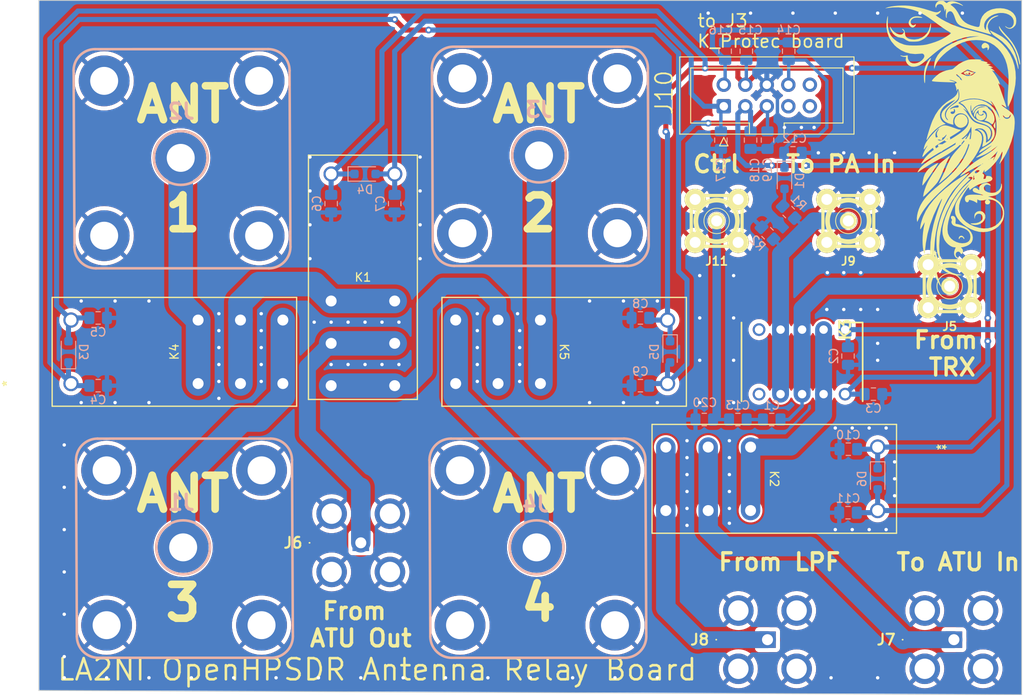
<source format=kicad_pcb>
(kicad_pcb (version 20221018) (generator pcbnew)
  (layers (0 "F.Cu" signal) (31 "B.Cu" signal) (34 "B.Paste" user) (35 "F.Paste" user) (36 "B.SilkS" user "B.Silkscreen") (37 "F.SilkS" user "F.Silkscreen") (38 "B.Mask" user) (39 "F.Mask" user) (44 "Edge.Cuts" user))
  (net 0 "")
  (net 1 "Net-(J5-In)")
  (net 2 "Net-(C1-Pad2)")
  (net 3 "+12V")
  (net 4 "GND")
  (net 5 "K3")
  (net 6 "K5-4")
  (net 7 "K1")
  (net 8 "K2")
  (net 9 "PWR_DC")
  (net 10 "Net-(J11-In)")
  (net 11 "Net-(D1-A)")
  (net 12 "Net-(J1-In)")
  (net 13 "Net-(J3-In)")
  (net 14 "Net-(J6-In)")
  (net 15 "Net-(J7-In)")
  (net 16 "Net-(J8-In)")
  (net 17 "Net-(J9-In)")
  (net 21 "Net-(K1-Pad2)")
  (net 22 "Net-(K1-Pad4)")
  (net 23 "Net-(K2-Pad2)")
  (net 26 "Net-(J2-In)")
  (net 27 "Net-(J4-In)")
  (footprint "BNC_Amphenol_031-5329-51RFX:BNC_Amphenol_031532951RFX" (layer "F.Cu") (at 190 106.56)
    (fp_text reference "J6")
    (fp_text value "FROM ATU OUT" hide)
  )
  (footprint "RELAY_G2R-1-E AC12:RELAY_G2R-1-E AC12" (layer "F.Cu") (at 201.800003 87.75 -90)
    (fp_text reference "K5")
    (fp_text value "TRA2 L-12VDC-S-Z")
  )
  (footprint "TQ2-12V:DIPS762W80P254L1400H530Q10N" (layer "F.Cu") (at 247.16 81.38 -90)
    (fp_text reference "K3")
    (fp_text value "TQ2-12V" hide)
  )
  (footprint "SMA_PINS:SMA_PINS" (layer "F.Cu") (at 247.54 68.54)
    (fp_text reference "J9")
    (fp_text value "To PA input" hide)
  )
  (footprint "RELAY_G2R-1-E AC12:RELAY_G2R-1-E AC12" (layer "F.Cu") (at 194 87.399993)
    (fp_text reference "K1")
    (fp_text value "TRA2 L-12VDC-S-Z")
  )
  (footprint "Munin-master:Munin" (layer "F.Cu") (at 259.8 59.6)
    (fp_text reference "G***")
    (fp_text value "LOGO" hide)
  )
  (footprint "BNC_Amphenol_031-5329-51RFX:BNC_Amphenol_031532951RFX" (layer "F.Cu") (at 260 118)
    (fp_text reference "J7")
    (fp_text value "TO ATU IN" hide)
  )
  (footprint "BNC_Amphenol_031-5329-51RFX:BNC_Amphenol_031532951RFX" (layer "F.Cu") (at 238 118)
    (fp_text reference "J8")
    (fp_text value "FROM LPF" hide)
  )
  (footprint "Connector_IDC:IDC-Header_2x05_P2.54mm_Vertical" (layer "F.Cu") (at 232.84 55 90)
    (fp_text reference "J10")
    (fp_text value "Con_IDC")
  )
  (footprint "SMA_PINS:SMA_PINS" (layer "F.Cu") (at 232 68.54)
    (fp_text reference "J11")
    (fp_text value "To CTL" hide)
  )
  (footprint "SMA_PINS:SMA_PINS" (layer "F.Cu") (at 259.5 76.25)
    (fp_text reference "J5")
    (fp_text value "TRX From SDR" hide)
  )
  (footprint "RELAY_G2R-1-E AC12:RELAY_G2R-1-E AC12" (layer "F.Cu") (at 180.199997 80.25 90)
    (fp_text reference "K4")
    (fp_text value "TRA2 L-12VDC-S-Z")
  )
  (footprint "RELAY_G2R-1-E AC12:RELAY_G2R-1-E AC12" (layer "F.Cu") (at 226.600007 102.75 -90)
    (fp_text reference "K2")
    (fp_text value "TRA2 L-12VDC-S-Z")
  )
  (footprint "Capacitor_SMD:C_0805_2012Metric_Pad1.18x1.45mm_HandSolder" (layer "B.Cu") (at 230.5375 92)
    (fp_text reference "C20")
    (fp_text value "100p")
  )
  (footprint "Diode_SMD:D_SOD-323_HandSoldering" (layer "B.Cu") (at 155.5 84 90)
    (fp_text reference "D3")
    (fp_text value "D_Small")
  )
  (footprint "Diode_SMD:D_SOD-323_HandSoldering" (layer "B.Cu") (at 251 99 -90)
    (fp_text reference "D6")
    (fp_text value "D_Small")
  )
  (footprint "Diode_SMD:D_SOD-323_HandSoldering" (layer "B.Cu") (at 190.5 63)
    (fp_text reference "D4")
    (fp_text value "D_Small")
  )
  (footprint "Capacitor_SMD:C_0805_2012Metric_Pad1.18x1.45mm_HandSolder" (layer "B.Cu") (at 247.5 103 180)
    (fp_text reference "C11")
    (fp_text value "10n")
  )
  (footprint "Conn_N:Coaxial_N_Flange" (layer "B.Cu") (at 168.748 60.896 180)
    (fp_text reference "J2")
    (fp_text value "ANT1")
  )
  (footprint "Conn_N:Coaxial_N_Flange" (layer "B.Cu") (at 211.036 60.608 180)
    (fp_text reference "J3")
    (fp_text value "ANT2")
  )
  (footprint "Conn_N:Coaxial_N_Flange" (layer "B.Cu") (at 210.748 106.896 180)
    (fp_text reference "J4")
    (fp_text value "ANT4")
  )
  (footprint "Capacitor_SMD:C_0805_2012Metric_Pad1.18x1.45mm_HandSolder" (layer "B.Cu") (at 238 59 -90)
    (fp_text reference "C19")
    (fp_text value "100n")
  )
  (footprint "Diode_SMD:D_SOD-323_HandSoldering" (layer "B.Cu") (at 240 63.5 -90)
    (fp_text reference "D1")
    (fp_text value "BAS16J")
  )
  (footprint "Resistor_SMD:R_0805_2012Metric_Pad1.20x1.40mm_HandSolder" (layer "B.Cu") (at 240.5 67.5 135)
    (fp_text reference "R1")
    (fp_text value "33k")
  )
  (footprint "Capacitor_SMD:C_0805_2012Metric_Pad1.18x1.45mm_HandSolder" (layer "B.Cu") (at 223 80 180)
    (fp_text reference "C8")
    (fp_text value "100n")
  )
  (footprint "Capacitor_SMD:C_0805_2012Metric_Pad1.18x1.45mm_HandSolder" (layer "B.Cu") (at 223 88 180)
    (fp_text reference "C9")
    (fp_text value "10n")
  )
  (footprint "Capacitor_SMD:C_0805_2012Metric_Pad1.18x1.45mm_HandSolder" (layer "B.Cu") (at 240.5 48.5 90)
    (fp_text reference "C14")
    (fp_text value "100n")
  )
  (footprint "Resistor_SMD:R_0805_2012Metric_Pad1.20x1.40mm_HandSolder" (layer "B.Cu") (at 238 70 -45)
    (fp_text reference "R2")
    (fp_text value "5K6")
  )
  (footprint "Capacitor_SMD:C_0805_2012Metric_Pad1.18x1.45mm_HandSolder" (layer "B.Cu") (at 238.5 92 180)
    (fp_text reference "C1")
    (fp_text value "22p")
  )
  (footprint "Capacitor_SMD:C_0805_2012Metric_Pad1.18x1.45mm_HandSolder" (layer "B.Cu") (at 247.5375 95.5 180)
    (fp_text reference "C10")
    (fp_text value "100n")
  )
  (footprint "Capacitor_SMD:C_0805_2012Metric_Pad1.18x1.45mm_HandSolder" (layer "B.Cu") (at 250.5 89)
    (fp_text reference "C3")
    (fp_text value "100n")
  )
  (footprint "Capacitor_SMD:C_0805_2012Metric_Pad1.18x1.45mm_HandSolder" (layer "B.Cu") (at 159 88)
    (fp_text reference "C4")
    (fp_text value "100n")
  )
  (footprint "Capacitor_SMD:C_0805_2012Metric_Pad1.18x1.45mm_HandSolder" (layer "B.Cu") (at 233 48.5 90)
    (fp_text reference "C16")
    (fp_text value "100n")
  )
  (footprint "Capacitor_SMD:C_0805_2012Metric_Pad1.18x1.45mm_HandSolder" (layer "B.Cu") (at 236 59 -90)
    (fp_text reference "C18")
    (fp_text value "100n")
  )
  (footprint "Capacitor_SMD:C_0805_2012Metric_Pad1.18x1.45mm_HandSolder" (layer "B.Cu") (at 241 60.5)
    (fp_text reference "C12")
    (fp_text value "100n")
  )
  (footprint "Capacitor_SMD:C_0805_2012Metric_Pad1.18x1.45mm_HandSolder" (layer "B.Cu") (at 235.5 48.5 90)
    (fp_text reference "C15")
    (fp_text value "100n")
  )
  (footprint "Capacitor_SMD:C_0805_2012Metric_Pad1.18x1.45mm_HandSolder" (layer "B.Cu") (at 232.5 59 -90)
    (fp_text reference "C17")
    (fp_text value "100n")
  )
  (footprint "Diode_SMD:D_SOD-323_HandSoldering" (layer "B.Cu") (at 226.5 84 -90)
    (fp_text reference "D5")
    (fp_text value "D_Small")
  )
  (footprint "Capacitor_SMD:C_0805_2012Metric_Pad1.18x1.45mm_HandSolder" (layer "B.Cu") (at 247.5 84.5 -90)
    (fp_text reference "C2")
    (fp_text value "10n")
  )
  (footprint "Capacitor_SMD:C_0805_2012Metric_Pad1.18x1.45mm_HandSolder" (layer "B.Cu") (at 159 80)
    (fp_text reference "C5")
    (fp_text value "10n")
  )
  (footprint "Capacitor_SMD:C_0805_2012Metric_Pad1.18x1.45mm_HandSolder" (layer "B.Cu") (at 186.5 66.5 -90)
    (fp_text reference "C6")
    (fp_text value "100n")
  )
  (footprint "Conn_N:Coaxial_N_Flange" (layer "B.Cu") (at 169.036 106.896 180)
    (fp_text reference "J1")
    (fp_text value "ANT3")
  )
  (footprint "Capacitor_SMD:C_0805_2012Metric_Pad1.18x1.45mm_HandSolder" (layer "B.Cu") (at 194 66.5 -90)
    (fp_text reference "C7")
    (fp_text value "10n")
  )
  (footprint "Capacitor_SMD:C_0805_2012Metric_Pad1.18x1.45mm_HandSolder" (layer "B.Cu") (at 234.5 92 180)
    (fp_text reference "C13")
    (fp_text value "22p")
  )
  (gr_line (start 268 124.5) (end 152 124) (stroke (width 0.1)) (layer "Edge.Cuts"))
  (gr_line (start 268 42.5) (end 268 124.5) (stroke (width 0.1)) (layer "Edge.Cuts"))
  (gr_line (start 152 42.5) (end 152 124) (stroke (width 0.1)) (layer "Edge.Cuts"))
  (gr_line (start 152 42.5) (end 268 42.5) (stroke (width 0.1)) (layer "Edge.Cuts"))
  (gr_text "Ctrl" (at 229 63) (layer "F.SilkS") (effects (font (size 2 2) (thickness 0.4) bold) (justify left bottom)))
  (gr_text "ANT\n\n3\n" (at 169 116) (layer "F.SilkS") (effects (font (size 4 4) (thickness 0.9) bold) (justify bottom)))
  (gr_text "To PA In" (at 240 63) (layer "F.SilkS") (effects (font (size 2 2) (thickness 0.4) bold) (justify left bottom)))
  (gr_text "From LPF" (at 232 110) (layer "F.SilkS") (effects (font (size 2 2) (thickness 0.4) bold) (justify left bottom)))
  (gr_text "From \nATU Out" (at 190 119) (layer "F.SilkS") (effects (font (size 2 2) (thickness 0.4) bold) (justify bottom)))
  (gr_text "From \nTRX" (at 259.8 87) (layer "F.SilkS") (effects (font (size 2 2) (thickness 0.4) bold) (justify bottom)))
  (gr_text "ANT\n\n4\n" (at 211 116) (layer "F.SilkS") (effects (font (size 4 4) (thickness 0.9) bold) (justify bottom)))
  (gr_text "to J3 \nK_Protec board" (at 229.6 48.2) (layer "F.SilkS") (effects (font (size 1.5 1.5) (thickness 0.2)) (justify left bottom)))
  (gr_text "LA2NI OpenHPSDR Antenna Relay Board" (at 154 123) (layer "F.SilkS") (effects (font (size 2.5 2.5) (thickness 0.3)) (justify left bottom)))
  (gr_text "ANT\n\n2\n" (at 211 70) (layer "F.SilkS") (effects (font (size 4 4) (thickness 0.9) bold) (justify bottom)))
  (gr_text "To ATU In" (at 253 110) (layer "F.SilkS") (effects (font (size 2 2) (thickness 0.4) bold) (justify left bottom)))
  (gr_text "ANT\n\n1" (at 169 70) (layer "F.SilkS") (effects (font (size 4 4) (thickness 0.9) bold) (justify bottom)))
  (segment (start 242.08 89) (end 242.08 81.38) (width 2) (layer "B.Cu") (net 1))
  (segment (start 242.08 81.38) (end 242.08 78.92) (width 2) (layer "B.Cu") (net 1))
  (segment (start 242.08 78.92) (end 244.75 76.25) (width 2) (layer "B.Cu") (net 1))
  (segment (start 239.5375 92) (end 240.5 92) (width 0.4) (layer "B.Cu") (net 1))
  (segment (start 240.5 92) (end 242.08 90.42) (width 0.4) (layer "B.Cu") (net 1))
  (segment (start 244.75 76.25) (end 259.5 76.25) (width 2) (layer "B.Cu") (net 1))
  (segment (start 242.08 90.42) (end 242.08 89) (width 0.4) (layer "B.Cu") (net 1))
  (segment (start 237.4625 92) (end 235.5375 92) (width 0.4) (layer "B.Cu") (net 2))
  (segment (start 234.5 50.5) (end 237 50.5) (width 0.6) (layer "F.Cu") (net 3))
  (segment (start 234.5 51.58) (end 235.38 52.46) (width 0.6) (layer "F.Cu") (net 3))
  (segment (start 237 50.5) (end 248.000002 50.5) (width 0.6) (layer "F.Cu") (net 3))
  (segment (start 234.5 50.5) (end 234.5 51.58) (width 0.6) (layer "F.Cu") (net 3))
  (segment (start 226 53.5) (end 229 50.5) (width 0.6) (layer "F.Cu") (net 3))
  (segment (start 229 50.5) (end 234.5 50.5) (width 0.6) (layer "F.Cu") (net 3))
  (segment (start 226 58) (end 226 53.5) (width 0.6) (layer "F.Cu") (net 3))
  (segment (start 237 50.84) (end 235.38 52.46) (width 0.6) (layer "F.Cu") (net 3))
  (segment (start 237 50.5) (end 237 50.84) (width 0.6) (layer "F.Cu") (net 3))
  (via (at 248.000002 50.5) (size 0.8) (drill 0.4) (layers "F.Cu" "B.Cu") (net 3))
  (via (at 226 58) (size 0.8) (drill 0.4) (layers "F.Cu" "B.Cu") (net 3))
  (via (at 230.636043 50.5) (size 0.8) (drill 0.4) (layers "F.Cu" "B.Cu") (net 3))
  (segment (start 157.9625 88) (end 156.050004 88) (width 0.6) (layer "B.Cu") (net 3))
  (segment (start 226.199996 80.25) (end 224.2875 80.25) (width 0.6) (layer "B.Cu") (net 3))
  (segment (start 192.5 48.5) (end 192.5 57) (width 0.6) (layer "B.Cu") (net 3))
  (segment (start 186.5 65.4625) (end 186.5 63) (width 0.6) (layer "B.Cu") (net 3))
  (segment (start 155.5 87.449996) (end 155.800004 87.75) (width 0.6) (layer "B.Cu") (net 3))
  (segment (start 235.5 49.5375) (end 235.5 52.34) (width 0.4) (layer "B.Cu") (net 3))
  (segment (start 226.5 82.75) (end 226.5 80.550004) (width 0.6) (layer "B.Cu") (net 3))
  (segment (start 156.619335 43.75) (end 153.300999 47.068336) (width 0.6) (layer "B.Cu") (net 3))
  (segment (start 192.5 57) (end 186.5 63) (width 0.6) (layer "B.Cu") (net 3))
  (segment (start 247.5 81.72) (end 247.16 81.38) (width 0.6) (layer "B.Cu") (net 3))
  (segment (start 225 43.75) (end 230.636043 49.386043) (width 0.6) (layer "B.Cu") (net 3))
  (segment (start 262.25 50.5) (end 248.000002 50.5) (width 0.6) (layer "B.Cu") (net 3))
  (segment (start 156.050004 88) (end 155.800004 87.75) (width 0.6) (layer "B.Cu") (net 3))
  (segment (start 248.575 95.5) (end 250.75 95.5) (width 0.6) (layer "B.Cu") (net 3))
  (segment (start 265.25 92) (end 265.25 81.75) (width 0.6) (layer "B.Cu") (net 3))
  (segment (start 251 95.25) (end 262 95.25) (width 0.6) (layer "B.Cu") (net 3))
  (segment (start 251 97.75) (end 251 95.25) (width 0.6) (layer "B.Cu") (net 3))
  (segment (start 198.25 43.75) (end 225 43.75) (width 0.6) (layer "B.Cu") (net 3))
  (segment (start 189.25 63) (end 186.5 63) (width 0.6) (layer "B.Cu") (net 3))
  (segment (start 153.300999 47.068336) (end 153.300999 85.250995) (width 0.6) (layer "B.Cu") (net 3))
  (segment (start 155.5 85.25) (end 155.5 87.449996) (width 0.6) (layer "B.Cu") (net 3))
  (segment (start 247.5 83.4625) (end 247.5 81.72) (width 0.6) (layer "B.Cu") (net 3))
  (segment (start 224.2875 80.25) (end 224.0375 80) (width 0.6) (layer "B.Cu") (net 3))
  (segment (start 247.16 81.38) (end 265.25 81.38) (width 0.6) (layer "B.Cu") (net 3))
  (segment (start 198.25 43.75) (end 197.25 43.75) (width 0.6) (layer "B.Cu") (net 3))
  (segment (start 226.199996 58.199996) (end 226 58) (width 0.6) (layer "B.Cu") (net 3))
  (segment (start 250.75 95.5) (end 251 95.25) (width 0.6) (layer "B.Cu") (net 3))
  (segment (start 226.5 80.550004) (end 226.199996 80.25) (width 0.6) (layer "B.Cu") (net 3))
  (segment (start 198.25 43.75) (end 156.619335 43.75) (width 0.6) (layer "B.Cu") (net 3))
  (segment (start 197.25 43.75) (end 192.5 48.5) (width 0.6) (layer "B.Cu") (net 3))
  (segment (start 230.636043 49.386043) (end 230.636043 50.5) (width 0.6) (layer "B.Cu") (net 3))
  (segment (start 153.300999 85.250995) (end 155.800004 87.75) (width 0.6) (layer "B.Cu") (net 3))
  (segment (start 262 95.25) (end 265.25 92) (width 0.6) (layer "B.Cu") (net 3))
  (segment (start 265.25 53.5) (end 262.25 50.5) (width 0.6) (layer "B.Cu") (net 3))
  (segment (start 265.25 81.75) (end 265.25 53.5) (width 0.6) (layer "B.Cu") (net 3))
  (segment (start 226.199996 80.25) (end 226.199996 58.199996) (width 0.6) (layer "B.Cu") (net 3))
  (via (at 228.5 96.5) (size 0.8) (drill 0.4) (layers "F.Cu" "B.Cu") (net 4))
  (via (at 240 57.5) (size 0.8) (drill 0.4) (layers "F.Cu" "B.Cu") (net 4))
  (via (at 208.75 81.5) (size 0.8) (drill 0.4) (layers "F.Cu" "B.Cu") (net 4))
  (via (at 241 44) (size 0.8) (drill 0.4) (layers "F.Cu" "B.Cu") (net 4))
  (via (at 243.5 57.5) (size 0.8) (drill 0.4) (layers "F.Cu" "B.Cu") (net 4))
  (via (at 192.5 80.5) (size 0.8) (drill 0.4) (layers "F.Cu" "B.Cu") (net 4))
  (via (at 197 69) (size 0.8) (drill 0.4) (layers "F.Cu" "B.Cu") (net 4))
  (via (at 184 61) (size 0.8) (drill 0.4) (layers "F.Cu" "B.Cu") (net 4))
  (via (at 208.75 87.5) (size 0.8) (drill 0.4) (layers "F.Cu" "B.Cu") (net 4))
  (via (at 244 60.5) (size 0.8) (drill 0.4) (layers "F.Cu" "B.Cu") (net 4))
  (via (at 246 93) (size 0.8) (drill 0.4) (layers "F.Cu" "B.Cu") (net 4))
  (via (at 247 60.5) (size 0.8) (drill 0.4) (layers "F.Cu" "B.Cu") (net 4))
  (via (at 250 93) (size 0.8) (drill 0.4) (layers "F.Cu" "B.Cu") (net 4))
  (via (at 165 90) (size 0.8) (drill 0.4) (layers "F.Cu" "B.Cu") (net 4))
  (via (at 203.75 85.5) (size 0.8) (drill 0.4) (layers "F.Cu" "B.Cu") (net 4))
  (via (at 155 122.5) (size 0.8) (drill 0.4) (layers "F.Cu" "B.Cu") (net 4))
  (via (at 225 78) (size 0.8) (drill 0.4) (layers "F.Cu" "B.Cu") (net 4))
  (via (at 194.5 80.5) (size 0.8) (drill 0.4) (layers "F.Cu" "B.Cu") (net 4))
  (via (at 184 65) (size 0.8) (drill 0.4) (layers "F.Cu" "B.Cu") (net 4))
  (via (at 225 90) (size 0.8) (drill 0.4) (layers "F.Cu" "B.Cu") (net 4))
  (via (at 234 75) (size 0.8) (drill 0.4) (layers "F.Cu" "B.Cu") (net 4))
  (via (at 173.25 79.5) (size 0.8) (drill 0.4) (layers "F.Cu" "B.Cu") (net 4))
  (via (at 246 105) (size 0.8) (drill 0.4) (layers "F.Cu" "B.Cu") (net 4))
  (via (at 242 57.5) (size 0.8) (drill 0.4) (layers "F.Cu" "B.Cu") (net 4))
  (via (at 155 105) (size 0.8) (drill 0.4) (layers "F.Cu" "B.Cu") (net 4))
  (via (at 221 78) (size 0.8) (drill 0.4) (layers "F.Cu" "B.Cu") (net 4))
  (via (at 192.5 85.5) (size 0.8) (drill 0.4) (layers "F.Cu" "B.Cu") (net 4))
  (via (at 197 65) (size 0.8) (drill 0.4) (layers "F.Cu" "B.Cu") (net 4))
  (via (at 249 74.6505) (size 0.8) (drill 0.4) (layers "F.Cu" "B.Cu") (net 4))
  (via (at 228.5 94.5) (size 0.8) (drill 0.4) (layers "F.Cu" "B.Cu") (net 4))
  (via (at 233.5 94.5) (size 0.8) (drill 0.4) (layers "F.Cu" "B.Cu") (net 4))
  (via (at 190.5 85.5) (size 0.8) (drill 0.4) (layers "F.Cu" "B.Cu") (net 4))
  (via (at 160 122.5) (size 0.8) (drill 0.4) (layers "F.Cu" "B.Cu") (net 4))
  (via (at 170 122.5) (size 0.8) (drill 0.4) (layers "F.Cu" "B.Cu") (net 4))
  (via (at 185 122.5) (size 0.8) (drill 0.4) (layers "F.Cu" "B.Cu") (net 4))
  (via (at 251 83) (size 0.8) (drill 0.4) (layers "F.Cu" "B.Cu") (net 4))
  (via (at 248 105) (size 0.8) (drill 0.4) (layers "F.Cu" "B.Cu") (net 4))
  (via (at 221 90) (size 0.8) (drill 0.4) (layers "F.Cu" "B.Cu") (net 4))
  (via (at 178.25 79.5) (size 0.8) (drill 0.4) (layers "F.Cu" "B.Cu") (net 4))
  (via (at 228.5 102.5) (size 0.8) (drill 0.4) (layers "F.Cu" "B.Cu") (net 4))
  (via (at 233.5 102.5) (size 0.8) (drill 0.4) (layers "F.Cu" "B.Cu") (net 4))
  (via (at 200 122.5) (size 0.8) (drill 0.4) (layers "F.Cu" "B.Cu") (net 4))
  (via (at 178.25 85.5) (size 0.8) (drill 0.4) (layers "F.Cu" "B.Cu") (net 4))
  (via (at 203.75 81.5) (size 0.8) (drill 0.4) (layers "F.Cu" "B.Cu") (net 4))
  (via (at 208.5 79.5) (size 0.8) (drill 0.4) (layers "F.Cu" "B.Cu") (net 4))
  (via (at 157 78) (size 0.8) (drill 0.4) (layers "F.Cu" "B.Cu") (net 4))
  (via (at 248 93) (size 0.8) (drill 0.4) (layers "F.Cu" "B.Cu") (net 4))
  (via (at 220 122.5) (size 0.8) (drill 0.4) (layers "F.Cu" "B.Cu") (net 4))
  (via (at 186.5 80.5) (size 0.8) (drill 0.4) (layers "F.Cu" "B.Cu") (net 4))
  (via (at 155 110) (size 0.8) (drill 0.4) (layers "F.Cu" "B.Cu") (net 4))
  (via (at 165 78) (size 0.8) (drill 0.4) (layers "F.Cu" "B.Cu") (net 4))
  (via (at 228.5 100.5) (size 0.8) (drill 0.4) (layers "F.Cu" "B.Cu") (net 4))
  (via (at 210 122.5) (size 0.8) (drill 0.4) (layers "F.Cu" "B.Cu") (net 4))
  (via (at 217 78) (size 0.8) (drill 0.4) (layers "F.Cu" "B.Cu") (net 4))
  (via (at 203.75 79.5) (size 0.8) (drill 0.4) (layers "F.Cu" "B.Cu") (net 4))
  (via (at 155 95) (size 0.8) (drill 0.4) (layers "F.Cu" "B.Cu") (net 4))
  (via (at 251 85) (size 0.8) (drill 0.4) (layers "F.Cu" "B.Cu") (net 4))
  (via (at 251 79) (size 0.8) (drill 0.4) (layers "F.Cu" "B.Cu") (net 4))
  (via (at 184.5 80.5) (size 0.8) (drill 0.4) (layers "F.Cu" "B.Cu") (net 4))
  (via (at 184 69) (size 0.8) (drill 0.4) (layers "F.Cu" "B.Cu") (net 4))
  (via (at 215 122.5) (size 0.8) (drill 0.4) (layers "F.Cu" "B.Cu") (net 4))
  (via (at 250 105) (size 0.8) (drill 0.4) (layers "F.Cu" "B.Cu") (net 4))
  (via (at 194.5 85.5) (size 0.8) (drill 0.4) (layers "F.Cu" "B.Cu") (net 4))
  (via (at 208.75 83.5) (size 0.8) (drill 0.4) (layers "F.Cu" "B.Cu") (net 4))
  (via (at 161 90) (size 0.8) (drill 0.4) (layers "F.Cu" "B.Cu") (net 4))
  (via (at 234 80) (size 0.8) (drill 0.4) (layers "F.Cu" "B.Cu") (net 4))
  (via (at 173.25 81.5) (size 0.8) (drill 0.4) (layers "F.Cu" "B.Cu") (net 4))
  (via (at 234 85) (size 0.8) (drill 0.4) (layers "F.Cu" "B.Cu") (net 4))
  (via (at 230 85) (size 0.8) (drill 0.4) (layers "F.Cu" "B.Cu") (net 4))
  (via (at 230 80) (size 0.8) (drill 0.4) (layers "F.Cu" "B.Cu") (net 4))
  (via (at 233.5 96.5) (size 0.8) (drill 0.4) (layers "F.Cu" "B.Cu") (net 4))
  (via (at 197 61) (size 0.8) (drill 0.4) (layers "F.Cu" "B.Cu") (net 4))
  (via (at 205 122.5) (size 0.8) (drill 0.4) (layers "F.Cu" "B.Cu") (net 4))
  (via (at 178.25 87.5) (size 0.8) (drill 0.4) (layers "F.Cu" "B.Cu") (net 4))
  (via (at 155 120) (size 0.8) (drill 0.4) (layers "F.Cu" "B.Cu") (net 4))
  (via (at 186.5 85.5) (size 0.8) (drill 0.4) (layers "F.Cu" "B.Cu") (net 4))
  (via (at 173.25 85.5) (size 0.8) (drill 0.4) (layers "F.Cu" "B.Cu") (net 4))
  (via (at 195 122.5) (size 0.8) (drill 0.4) (layers "F.Cu" "B.Cu") (net 4))
  (via (at 188.5 85.5) (size 0.8) (drill 0.4) (layers "F.Cu" "B.Cu") (net 4))
  (via (at 165 122.5) (size 0.8) (drill 0.4) (layers "F.Cu" "B.Cu") (net 4))
  (via (at 208.75 85.5) (size 0.8) (drill 0.4) (layers "F.Cu" "B.Cu") (net 4))
  (via (at 236 44) (size 0.8) (drill 0.4) (layers "F.Cu" "B.Cu") (net 4))
  (via (at 231 44) (size 0.8) (drill 0.4) (layers "F.Cu" "B.Cu") (net 4))
  (via (at 173.25 83.5) (size 0.8) (drill 0.4) (layers "F.Cu" "B.Cu") (net 4))
  (via (at 188.5 80.5) (size 0.8) (drill 0.4) (layers "F.Cu" "B.Cu") (net 4))
  (via (at 228.5 98.5) (size 0.8) (drill 0.4) (layers "F.Cu" "B.Cu") (net 4))
  (via (at 233.5 98.5) (size 0.8) (drill 0.4) (layers "F.Cu" "B.Cu") (net 4))
  (via (at 225 122.5) (size 0.8) (drill 0.4) (layers "F.Cu" "B.Cu") (net 4))
  (via (at 157 90) (size 0.8) (drill 0.4) (layers "F.Cu" "B.Cu") (net 4))
  (via (at 249 79) (size 0.8) (drill 0.4) (layers "F.Cu" "B.Cu") (net 4))
  (via (at 261 44) (size 0.8) (drill 0.4) (layers "F.Cu" "B.Cu") (net 4))
  (via (at 253 97) (size 0.8) (drill 0.4) (layers "F.Cu" "B.Cu") (net 4))
  (via (at 250 60.5) (size 0.8) (drill 0.4) (layers "F.Cu" "B.Cu") (net 4))
  (via (at 247 79) (size 0.8) (drill 0.4) (layers "F.Cu" "B.Cu") (net 4))
  (via (at 161 78) (size 0.8) (drill 0.4) (layers "F.Cu" "B.Cu") (net 4))
  (via (at 228.5 104.5) (size 0.8) (drill 0.4) (layers "F.Cu" "B.Cu") (net 4))
  (via (at 247 74.6505) (size 0.8) (drill 0.4) (layers "F.Cu" "B.Cu") (net 4))
  (via (at 173.25 89.5) (size 0.8) (drill 0.4) (layers "F.Cu" "B.Cu") (net 4))
  (via (at 253 60.5) (size 0.8) (drill 0.4) (layers "F.Cu" "B.Cu") (net 4))
  (via (at 252 105) (size 0.8) (drill 0.4) (layers "F.Cu" "B.Cu") (net 4))
  (via (at 251 44) (size 0.8) (drill 0.4) (layers "F.Cu" "B.Cu") (net 4))
  (via (at 173.25 87.5) (size 0.8) (drill 0.4) (layers "F.Cu" "B.Cu") (net 4))
  (via (at 253 99) (size 0.8) (drill 0.4) (layers "F.Cu" "B.Cu") (net 4))
  (via (at 217 90) (size 0.8) (drill 0.4) (layers "F.Cu" "B.Cu") (net 4))
  (via (at 246 44) (size 0.8) (drill 0.4) (layers "F.Cu" "B.Cu") (net 4))
  (via (at 155 100) (size 0.8) (drill 0.4) (layers "F.Cu" "B.Cu") (net 4))
  (via (at 252 93) (size 0.8) (drill 0.4) (layers "F.Cu" "B.Cu") (net 4))
  (via (at 230 75) (size 0.8) (drill 0.4) (layers "F.Cu" "B.Cu") (net 4))
  (via (at 203.75 83.5) (size 0.8) (drill 0.4) (layers "F.Cu" "B.Cu") (net 4))
  (via (at 233.5 104.25) (size 0.8) (drill 0.4) (layers "F.Cu" "B.Cu") (net 4))
  (via (at 178.25 81.5) (size 0.8) (drill 0.4) (layers "F.Cu" "B.Cu") (net 4))
  (via (at 230 90) (size 0.8) (drill 0.4) (layers "F.Cu" "B.Cu") (net 4))
  (via (at 232.5 61.5) (size 0.8) (drill 0.4) (layers "F.Cu" "B.Cu") (net 4))
  (via (at 190 122.5) (size 0.8) (drill 0.4) (layers "F.Cu" "B.Cu") (net 4))
  (via (at 197 73) (size 0.8) (drill 0.4) (layers "F.Cu" "B.Cu") (net 4))
  (via (at 245.063688 74.6505) (size 0.8) (drill 0.4) (layers "F.Cu" "B.Cu") (net 4))
  (via (at 233.5 100.5) (size 0.8) (drill 0.4) (layers "F.Cu" "B.Cu") (net 4))
  (via (at 190.5 80.5) (size 0.8) (drill 0.4) (layers "F.Cu" "B.Cu") (net 4))
  (via (at 155 115) (size 0.8) (drill 0.4) (layers "F.Cu" "B.Cu") (net 4))
  (via (at 175 122.5) (size 0.8) (drill 0.4) (layers "F.Cu" "B.Cu") (net 4))
  (via (at 234 90) (size 0.8) (drill 0.4) (layers "F.Cu" "B.Cu") (net 4))
  (via (at 245.5 122.5) (size 0.8) (drill 0.4) (layers "F.Cu" "B.Cu") (net 4))
  (via (at 203.75 87.5) (size 0.8) (drill 0.4) (layers "F.Cu" "B.Cu") (net 4))
  (via (at 245 79) (size 0.8) (drill 0.4) (layers "F.Cu" "B.Cu") (net 4))
  (via (at 253 101) (size 0.8) (drill 0.4) (layers "F.Cu" "B.Cu") (net 4))
  (via (at 251 122.5) (size 0.8) (drill 0.4) (layers "F.Cu" "B.Cu") (net 4))
  (via (at 180 122.5) (size 0.8) (drill 0.4) (layers "F.Cu" "B.Cu") (net 4))
  (via (at 184 73) (size 0.8) (drill 0.4) (layers "F.Cu" "B.Cu") (net 4))
  (via (at 178.25 83.5) (size 0.8) (drill 0.4) (layers "F.Cu" "B.Cu") (net 4))
  (via (at 256 44) (size 0.8) (drill 0.4) (layers "F.Cu" "B.Cu") (net 4))
  (segment (start 240 57.5) (end 239.17 56.67) (width 0.4) (layer "B.Cu") (net 4))
  (segment (start 239.17 56.67) (end 239.17 53.71) (width 0.4) (layer "B.Cu") (net 4))
  (segment (start 238 47.4625) (end 235.5 47.4625) (width 0.6) (layer "B.Cu") (net 4))
  (segment (start 237.92 47.5425) (end 237.92 52.46) (width 0.6) (layer "B.Cu") (net 4))
  (segment (start 242 57.5) (end 240 57.5) (width 0.4) (layer "B.Cu") (net 4))
  (segment (start 239.17 53.71) (end 237.92 52.46) (width 0.4) (layer "B.Cu") (net 4))
  (segment (start 233 47.4625) (end 235.5 47.4625) (width 0.6) (layer "B.Cu") (net 4))
  (segment (start 238 60.0375) (end 236 60.0375) (width 0.4) (layer "B.Cu") (net 4))
  (segment (start 232.5 60.0375) (end 232.5 61.5) (width 0.4) (layer "B.Cu") (net 4))
  (segment (start 238 60.0375) (end 238 60) (width 0.4) (layer "B.Cu") (net 4))
  (segment (start 240.5 47.4625) (end 238 47.4625) (width 0.6) (layer "B.Cu") (net 4))
  (segment (start 243.5 57.5) (end 242 57.5) (width 0.4) (layer "B.Cu") (net 4))
  (segment (start 238 47.4625) (end 237.92 47.5425) (width 0.6) (layer "B.Cu") (net 4))
  (segment (start 240 58) (end 240 57.5) (width 0.4) (layer "B.Cu") (net 4))
  (segment (start 242.0375 60.5) (end 244 60.5) (width 0.4) (layer "B.Cu") (net 4))
  (segment (start 238 60) (end 240 58) (width 0.4) (layer "B.Cu") (net 4))
  (segment (start 238.5 62) (end 242.5 62) (width 0.6) (layer "F.Cu") (net 5))
  (segment (start 264 80) (end 264 82.75) (width 0.6) (layer "F.Cu") (net 5))
  (via (at 242.5 62) (size 0.8) (drill 0.4) (layers "F.Cu" "B.Cu") (net 5))
  (via (at 264 82.75) (size 0.8) (drill 0.4) (layers "F.Cu" "B.Cu") (net 5))
  (via (at 238.5 62) (size 0.8) (drill 0.4) (layers "F.Cu" "B.Cu") (net 5))
  (via (at 264 80) (size 0.8) (drill 0.4) (layers "F.Cu" "B.Cu") (net 5))
  (segment (start 261.5 62) (end 264 64.5) (width 0.6) (layer "B.Cu") (net 5))
  (segment (start 249.16 87) (end 262.5 87) (width 0.6) (layer "B.Cu") (net 5))
  (segment (start 234.5 61) (end 235.5 62) (width 0.6) (layer "B.Cu") (net 5))
  (segment (start 236 55.62) (end 235.38 55) (width 0.6) (layer "B.Cu") (net 5))
  (segment (start 264 64.5) (end 264 80) (width 0.6) (layer "B.Cu") (net 5))
  (segment (start 234.5 55.88) (end 234.5 61) (width 0.6) (layer "B.Cu") (net 5))
  (segment (start 262.5 87) (end 264 85.5) (width 0.6) (layer "B.Cu") (net 5))
  (segment (start 249.4625 89) (end 247.16 89) (width 0.6) (layer "B.Cu") (net 5))
  (segment (start 235.5 62) (end 238.5 62) (width 0.6) (layer "B.Cu") (net 5))
  (segment (start 264 85.5) (end 264 82.75) (width 0.6) (layer "B.Cu") (net 5))
  (segment (start 235.38 55) (end 234.5 55.88) (width 0.6) (layer "B.Cu") (net 5))
  (segment (start 247.16 89) (end 249.16 87) (width 0.6) (layer "B.Cu") (net 5))
  (segment (start 242.5 62) (end 261.5 62) (width 0.6) (layer "B.Cu") (net 5))
  (segment (start 236 57.9625) (end 236 55.62) (width 0.6) (layer "B.Cu") (net 5))
  (segment (start 237.92 55) (end 235.92 57) (width 0.6) (layer "F.Cu") (net 6))
  (segment (start 198 46) (end 195.25 46) (width 0.6) (layer "F.Cu") (net 6))
  (segment (start 235.92 57) (end 231 57) (width 0.6) (layer "F.Cu") (net 6))
  (segment (start 195.25 46) (end 194 44.75) (width 0.6) (layer "F.Cu") (net 6))
  (via (at 194 44.75) (size 0.8) (drill 0.4) (layers "F.Cu" "B.Cu") (net 6))
  (via (at 198 46) (size 0.8) (drill 0.4) (layers "F.Cu" "B.Cu") (net 6))
  (via (at 231 57) (size 0.8) (drill 0.4) (layers "F.Cu" "B.Cu") (net 6))
  (segment (start 155.5 80.550004) (end 155.800004 80.25) (width 0.6) (layer "B.Cu") (net 6))
  (segment (start 227.5 48.75) (end 224.75 46) (width 0.6) (layer "B.Cu") (net 6))
  (segment (start 157.9625 80) (end 156.050004 80) (width 0.6) (layer "B.Cu") (net 6))
  (segment (start 224.2875 87.75) (end 224.0375 88) (width 0.6) (layer "B.Cu") (net 6))
  (segment (start 228.5 85.449996) (end 228.5 75.5) (width 0.6) (layer "B.Cu") (net 6))
  (segment (start 227.5 59) (end 227.5 48.75) (width 0.6) (layer "B.Cu") (net 6))
  (segment (start 154.1005 78.550496) (end 154.1005 47.3995) (width 0.6) (layer "B.Cu") (net 6))
  (segment (start 238 55.08) (end 237.92 55) (width 0.4) (layer "B.Cu") (net 6))
  (segment (start 229.5 57) (end 231 57) (width 0.6) (layer "B.Cu") (net 6))
  (segment (start 154.1005 47.3995) (end 156.75 44.75) (width 0.6) (layer "B.Cu") (net 6))
  (segment (start 224.75 46) (end 198 46) (width 0.6) (layer "B.Cu") (net 6))
  (segment (start 228.5 75.5) (end 227.5 74.5) (width 0.6) (layer "B.Cu") (net 6))
  (segment (start 156.75 44.75) (end 194 44.75) (width 0.6) (layer "B.Cu") (net 6))
  (segment (start 155.5 82.75) (end 155.5 80.550004) (width 0.6) (layer "B.Cu") (net 6))
  (segment (start 227.5 59) (end 229.5 57) (width 0.6) (layer "B.Cu") (net 6))
  (segment (start 226.199996 85.550004) (end 226.5 85.25) (width 0.6) (layer "B.Cu") (net 6))
  (segment (start 227.5 74.5) (end 227.5 59) (width 0.6) (layer "B.Cu") (net 6))
  (segment (start 226.199996 87.75) (end 224.2875 87.75) (width 0.6) (layer "B.Cu") (net 6))
  (segment (start 238 57.9625) (end 238 55.08) (width 0.4) (layer "B.Cu") (net 6))
  (segment (start 155.800004 80.25) (end 154.1005 78.550496) (width 0.6) (layer "B.Cu") (net 6))
  (segment (start 226.199996 87.75) (end 226.199996 85.550004) (width 0.6) (layer "B.Cu") (net 6))
  (segment (start 226.199996 87.75) (end 228.5 85.449996) (width 0.6) (layer "B.Cu") (net 6))
  (segment (start 156.050004 80) (end 155.800004 80.25) (width 0.6) (layer "B.Cu") (net 6))
  (segment (start 194 65.4625) (end 194 63) (width 0.6) (layer "B.Cu") (net 7))
  (segment (start 191.75 63) (end 194 63) (width 0.6) (layer "B.Cu") (net 7))
  (segment (start 194 63) (end 194 48.5) (width 0.6) (layer "B.Cu") (net 7))
  (segment (start 232.5 57.9625) (end 232.5 55.34) (width 0.4) (layer "B.Cu") (net 7))
  (segment (start 194 48.5) (end 197.549501 44.950499) (width 0.6) (layer "B.Cu") (net 7))
  (segment (start 229 53.5) (end 230.5 55) (width 0.6) (layer "B.Cu") (net 7))
  (segment (start 224.831165 44.950499) (end 229 49.119334) (width 0.6) (layer "B.Cu") (net 7))
  (segment (start 230.5 55) (end 232.84 55) (width 0.6) (layer "B.Cu") (net 7))
  (segment (start 197.549501 44.950499) (end 224.831165 44.950499) (width 0.6) (layer "B.Cu") (net 7))
  (segment (start 229 49.119334) (end 229 53.5) (width 0.6) (layer "B.Cu") (net 7))
  (segment (start 231.5 46.5) (end 231.5 48.0375) (width 0.6) (layer "B.Cu") (net 8))
  (segment (start 233 49.5375) (end 233 52.3) (width 0.4) (layer "B.Cu") (net 8))
  (segment (start 266.25 99.75) (end 266.25 52.75) (width 0.6) (layer "B.Cu") (net 8))
  (segment (start 232 46) (end 231.5 46.5) (width 0.6) (layer "B.Cu") (net 8))
  (segment (start 250.75 103) (end 251 102.75) (width 0.6) (layer "B.Cu") (net 8))
  (segment (start 248.5375 103) (end 250.75 103) (width 0.6) (layer "B.Cu") (net 8))
  (segment (start 251 100.25) (end 251 102.75) (width 0.6) (layer "B.Cu") (net 8))
  (segment (start 263.25 102.75) (end 266.25 99.75) (width 0.6) (layer "B.Cu") (net 8))
  (segment (start 251 102.75) (end 263.25 102.75) (width 0.6) (layer "B.Cu") (net 8))
  (segment (start 231.5 48.0375) (end 233 49.5375) (width 0.6) (layer "B.Cu") (net 8))
  (segment (start 259.5 46) (end 232 46) (width 0.6) (layer "B.Cu") (net 8))
  (segment (start 266.25 52.75) (end 259.5 46) (width 0.6) (layer "B.Cu") (net 8))
  (segment (start 245 57.5) (end 245 52) (width 0.4) (layer "B.Cu") (net 9))
  (segment (start 241.5 58.5) (end 244 58.5) (width 0.4) (layer "B.Cu") (net 9))
  (segment (start 242.5375 49.5375) (end 240.5 49.5375) (width 0.4) (layer "B.Cu") (net 9))
  (segment (start 239.9625 60.0375) (end 241.5 58.5) (width 0.4) (layer "B.Cu") (net 9))
  (segment (start 239.9625 62.2125) (end 240 62.25) (width 0.4) (layer "B.Cu") (net 9))
  (segment (start 245 52) (end 242.5375 49.5375) (width 0.4) (layer "B.Cu") (net 9))
  (segment (start 244 58.5) (end 245 57.5) (width 0.4) (layer "B.Cu") (net 9))
  (segment (start 239.9625 60.5) (end 239.9625 62.2125) (width 0.4) (layer "B.Cu") (net 9))
  (segment (start 239.9625 60.5) (end 239.9625 60.0375) (width 0.4) (layer "B.Cu") (net 9))
  (segment (start 240.5 49.5375) (end 240.5 52.42) (width 0.4) (layer "B.Cu") (net 9))
  (segment (start 233.4625 92) (end 231.575 92) (width 0.4) (layer "B.Cu") (net 10))
  (segment (start 232 68.54) (end 232 91.575) (width 1) (layer "B.Cu") (net 10))
  (segment (start 232 91.575) (end 231.575 92) (width 1) (layer "B.Cu") (net 10))
  (segment (start 240 66.585786) (end 239.792893 66.792893) (width 0.4) (layer "B.Cu") (net 11))
  (segment (start 240 64.75) (end 240 66.585786) (width 0.4) (layer "B.Cu") (net 11))
  (segment (start 180.800005 89.199995) (end 180.800005 80.25) (width 2.9) (layer "B.Cu") (net 12))
  (segment (start 169.036 107.096) (end 169.036 98.964) (width 2.9) (layer "B.Cu") (net 12))
  (segment (start 176 92) (end 178 92) (width 2.9) (layer "B.Cu") (net 12))
  (segment (start 169.036 98.964) (end 176 92) (width 2.9) (layer "B.Cu") (net 12))
  (segment (start 178 92) (end 180.800005 89.199995) (width 2.9) (layer "B.Cu") (net 12))
  (segment (start 211.036 80.086004) (end 211.199996 80.25) (width 2.9) (layer "B.Cu") (net 13))
  (segment (start 211.036 60.808) (end 211.036 80.086004) (width 2.9) (layer "B.Cu") (net 13))
  (segment (start 211.199996 87.75) (end 211.199996 80.25) (width 2.9) (layer "B.Cu") (net 13))
  (segment (start 190 100) (end 183.7 93.7) (width 2) (layer "B.Cu") (net 14))
  (segment (start 190 106.56) (end 190 100) (width 2.3) (layer "B.Cu") (net 14))
  (segment (start 183.7 93.7) (end 183.7 85.8) (width 2) (layer "B.Cu") (net 14))
  (segment (start 183.7 85.8) (end 186.5 83.000001) (width 2) (layer "B.Cu") (net 14))
  (segment (start 194 83.000001) (end 186.5 83.000001) (width 2.9) (layer "B.Cu") (net 14))
  (segment (start 230.999999 104.999999) (end 230.999999 102.75) (width 2.3) (layer "B.Cu") (net 15))
  (segment (start 254 118) (end 243 107) (width 2.3) (layer "B.Cu") (net 15))
  (segment (start 233 107) (end 230.999999 104.999999) (width 2.3) (layer "B.Cu") (net 15))
  (segment (start 230.999999 95.25) (end 230.999999 102.75) (width 2.3) (layer "B.Cu") (net 15))
  (segment (start 260 118) (end 254 118) (width 2) (layer "B.Cu") (net 15))
  (segment (start 243 107) (end 233 107) (width 2.3) (layer "B.Cu") (net 15))
  (segment (start 238 118) (end 229.772613 118) (width 2) (layer "B.Cu") (net 16))
  (segment (start 225.999999 114.227386) (end 225.999999 102.75) (width 2.3) (layer "B.Cu") (net 16))
  (segment (start 225.999999 95.25) (end 225.999999 102.75) (width 2.3) (layer "B.Cu") (net 16))
  (segment (start 229.772613 118) (end 225.999999 114.227386) (width 2.3) (layer "B.Cu") (net 16))
  (segment (start 243.46 68.54) (end 242.75 69.25) (width 2) (layer "B.Cu") (net 17))
  (segment (start 241.207107 68.207107) (end 242.25 69.25) (width 0.4) (layer "B.Cu") (net 17))
  (segment (start 242.25 69.25) (end 242.75 69.25) (width 0.4) (layer "B.Cu") (net 17))
  (segment (start 247.54 68.54) (end 243.46 68.54) (width 2) (layer "B.Cu") (net 17))
  (segment (start 239.54 72.46) (end 239.54 81.38) (width 2) (layer "B.Cu") (net 17))
  (segment (start 239.54 71.54) (end 239.54 72.46) (width 0.4) (layer "B.Cu") (net 17))
  (segment (start 242.75 69.25) (end 239.54 72.46) (width 2) (layer "B.Cu") (net 17))
  (segment (start 239.54 89) (end 239.54 81.38) (width 2) (layer "B.Cu") (net 17))
  (segment (start 238.707107 70.707107) (end 239.54 71.54) (width 0.4) (layer "B.Cu") (net 17))
  (segment (start 175.800005 87.75) (end 175.800005 80.25) (width 2.9) (layer "B.Cu") (net 21))
  (segment (start 194 78) (end 186.5 78) (width 2.9) (layer "B.Cu") (net 21))
  (segment (start 178 76) (end 175.800005 78.199995) (width 2.9) (layer "B.Cu") (net 21))
  (segment (start 175.800005 78.199995) (end 175.800005 80.25) (width 2.9) (layer "B.Cu") (net 21))
  (segment (start 186.5 78) (end 184.5 76) (width 2.9) (layer "B.Cu") (net 21))
  (segment (start 184.5 76) (end 178 76) (width 2.9) (layer "B.Cu") (net 21))
  (segment (start 194 88.000001) (end 195.749999 88.000001) (width 2) (layer "B.Cu") (net 22))
  (segment (start 206.199995 78.199995) (end 206.199995 80.25) (width 2) (layer "B.Cu") (net 22))
  (segment (start 204.25 76.25) (end 206.199995 78.199995) (width 2) (layer "B.Cu") (net 22))
  (segment (start 199.75 76.25) (end 204.25 76.25) (width 2) (layer "B.Cu") (net 22))
  (segment (start 194 88.000001) (end 186.5 88.000001) (width 2.9) (layer "B.Cu") (net 22))
  (segment (start 197.5 78.5) (end 199.75 76.25) (width 2) (layer "B.Cu") (net 22))
  (segment (start 197.5 86.25) (end 197.5 78.5) (width 2) (layer "B.Cu") (net 22))
  (segment (start 206.199995 87.75) (end 206.199995 80.25) (width 2.9) (layer "B.Cu") (net 22))
  (segment (start 195.749999 88.000001) (end 197.5 86.25) (width 2) (layer "B.Cu") (net 22))
  (segment (start 236 95.25) (end 236 102.75) (width 2.3) (layer "B.Cu") (net 23))
  (segment (start 240.75 95.25) (end 236 95.25) (width 2) (layer "B.Cu") (net 23))
  (segment (start 244.62 89) (end 244.62 91.38) (width 2) (layer "B.Cu") (net 23))
  (segment (start 244.62 89) (end 244.62 81.38) (width 2) (layer "B.Cu") (net 23))
  (segment (start 244.62 91.38) (end 240.75 95.25) (width 2) (layer "B.Cu") (net 23))
  (segment (start 168.748 61.096) (end 168.748 78.197996) (width 2.9) (layer "B.Cu") (net 26))
  (segment (start 170.800004 87.75) (end 170.800004 80.25) (width 2.9) (layer "B.Cu") (net 26))
  (segment (start 168.748 78.197996) (end 170.800004 80.25) (width 2.9) (layer "B.Cu") (net 26))
  (segment (start 210.748 107.096) (end 210.748 98.748) (width 2.9) (layer "B.Cu") (net 27))
  (segment (start 210.748 98.748) (end 201.199995 89.199995) (width 2.9) (layer "B.Cu") (net 27))
  (segment (start 201.199995 89.199995) (end 201.199995 80.25) (width 2.9) (layer "B.Cu") (net 27))
  (zone (net 4) (net_name "GND") (layer "F.Cu") (connect_pads (clearance 0.5)) (min_thickness 0.25) (fill yes (thermal_gap 0.5) (thermal_bridge_width 0.5))
    (polygon (pts (xy 152 42.5) (xy 268 42.5) (xy 268 124.5) (xy 152 124)))
  )
  (zone (net 4) (net_name "GND") (layer "B.Cu") (connect_pads (clearance 0.5)) (min_thickness 0.25) (fill yes (thermal_gap 0.5) (thermal_bridge_width 0.5))
    (polygon (pts (xy 152 42.5) (xy 268 42.5) (xy 268 124.5) (xy 152 124)))
  )
)
</source>
